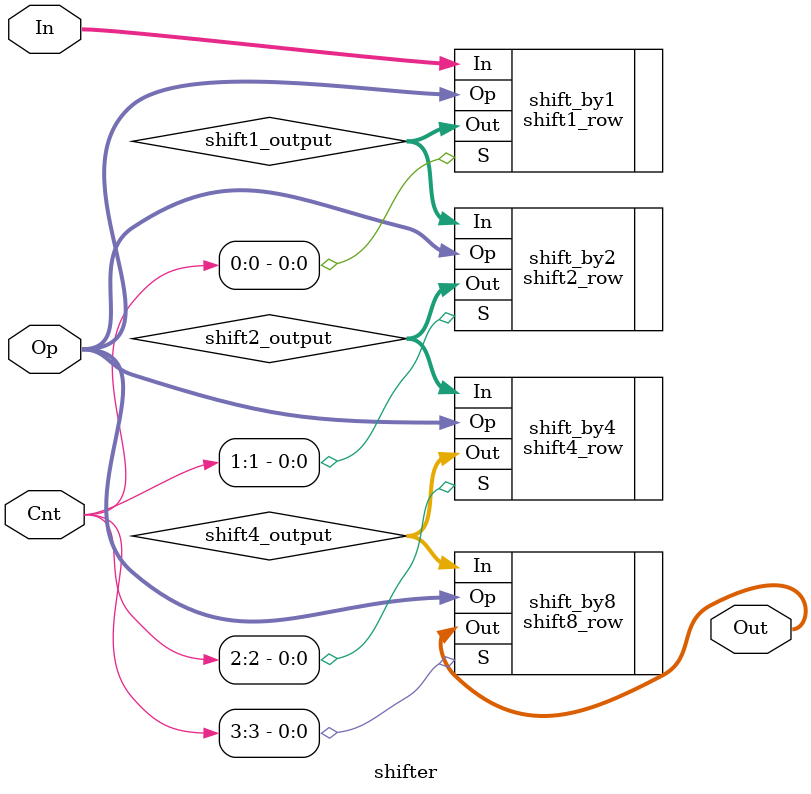
<source format=v>
module shifter (In, Cnt, Op, Out);

//module inputs
input [15:0] In;
input [3:0]  Cnt;
input [1:0]  Op;

//module outputs
output [15:0] Out;

wire [15:0] shift1_output; //output of mux row that shifts by 1
wire [15:0] shift2_output; //output of mux row that shifts by 2
wire [15:0] shift4_output; //output of mux row that shifts by 4

//push inputs through shift by 1 muxes
shift1_row shift_by1(.In(In[15:0]), .Out(shift1_output[15:0]), .S(Cnt[0]), .Op(Op[1:0]));

//push inputs through shift by 2 muxes
shift2_row shift_by2(.In(shift1_output[15:0]), .Out(shift2_output[15:0]), .S(Cnt[1]), .Op(Op[1:0]));

//push inputs through shift by 4 muxes
shift4_row shift_by4(.In(shift2_output[15:0]), .Out(shift4_output[15:0]), .S(Cnt[2]), .Op(Op[1:0]));

//push inputs through shift by 8 muxes, this output is the final module output
shift8_row shift_by8(.In(shift4_output[15:0]), .Out(Out[15:0]), .S(Cnt[3]), .Op(Op[1:0]));
   
endmodule


</source>
